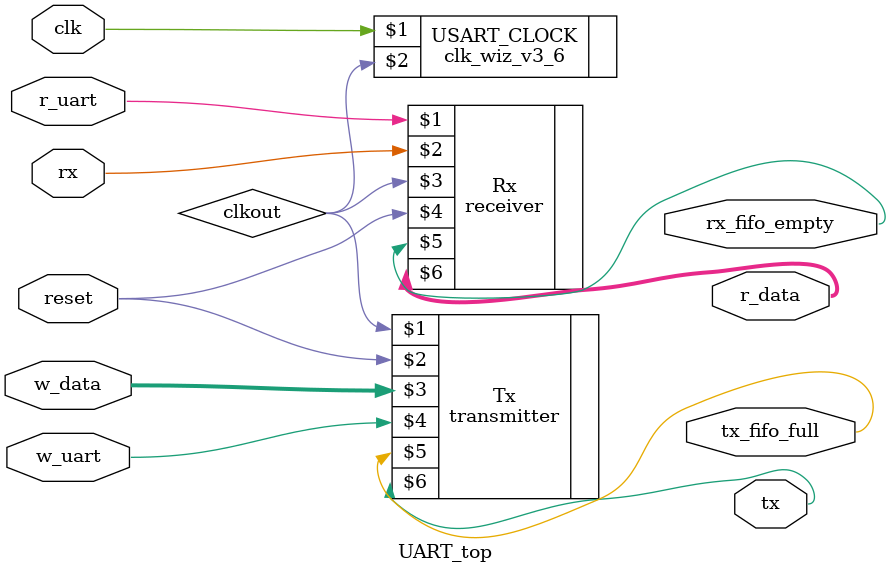
<source format=v>

module UART_top(	
		input wire clk,reset,
// Transmitter Signals
		input wire[7:0] w_data,
		input wire w_uart,
		output wire tx_fifo_full,
		output wire tx,
//Reciever Signal
      input  wire r_uart,
		input  wire rx,
   	output wire rx_fifo_empty,
		output wire[7:0]r_data
		
    );
wire clkout;
clk_wiz_v3_6 USART_CLOCK(clk,clkout);
transmitter Tx(clkout,reset,w_data,w_uart,tx_fifo_full,tx);
receiver Rx( r_uart,rx,clkout,reset,rx_fifo_empty,r_data);


endmodule

</source>
